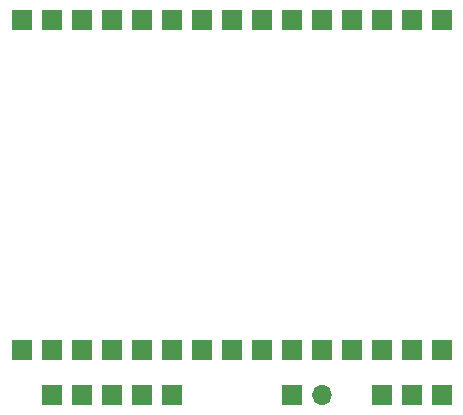
<source format=gbr>
%TF.GenerationSoftware,KiCad,Pcbnew,(6.0.5)*%
%TF.CreationDate,2022-07-17T17:30:09+01:00*%
%TF.ProjectId,wheelchairPCB,77686565-6c63-4686-9169-725043422e6b,rev?*%
%TF.SameCoordinates,Original*%
%TF.FileFunction,Soldermask,Bot*%
%TF.FilePolarity,Negative*%
%FSLAX46Y46*%
G04 Gerber Fmt 4.6, Leading zero omitted, Abs format (unit mm)*
G04 Created by KiCad (PCBNEW (6.0.5)) date 2022-07-17 17:30:09*
%MOMM*%
%LPD*%
G01*
G04 APERTURE LIST*
%ADD10R,1.700000X1.700000*%
%ADD11O,1.700000X1.700000*%
%ADD12R,1.778000X1.778000*%
G04 APERTURE END LIST*
D10*
%TO.C,J1*%
X172720000Y-81280000D03*
D11*
X175260000Y-81280000D03*
%TD*%
D10*
%TO.C,J2*%
X180340000Y-81280000D03*
X182880000Y-81280000D03*
X185420000Y-81280000D03*
%TD*%
%TO.C,J3*%
X162560000Y-81280000D03*
X160020000Y-81280000D03*
X157480000Y-81280000D03*
X154940000Y-81280000D03*
X152400000Y-81280000D03*
%TD*%
D12*
%TO.C,U1*%
X149860000Y-49530000D03*
X152400000Y-49530000D03*
X154940000Y-49530000D03*
X157480000Y-49530000D03*
X160020000Y-49530000D03*
X162560000Y-49530000D03*
X165100000Y-49530000D03*
X167640000Y-49530000D03*
X170180000Y-49530000D03*
X172720000Y-49530000D03*
X175260000Y-49530000D03*
X177800000Y-49530000D03*
X180340000Y-49530000D03*
X182880000Y-49530000D03*
X185420000Y-49530000D03*
X185420000Y-77470000D03*
X182880000Y-77470000D03*
X180340000Y-77470000D03*
X177800000Y-77470000D03*
X175260000Y-77470000D03*
X172720000Y-77470000D03*
X170180000Y-77470000D03*
X167640000Y-77470000D03*
X165100000Y-77470000D03*
X162560000Y-77470000D03*
X160020000Y-77470000D03*
X157480000Y-77470000D03*
X154940000Y-77470000D03*
X152400000Y-77470000D03*
X149860000Y-77470000D03*
%TD*%
M02*

</source>
